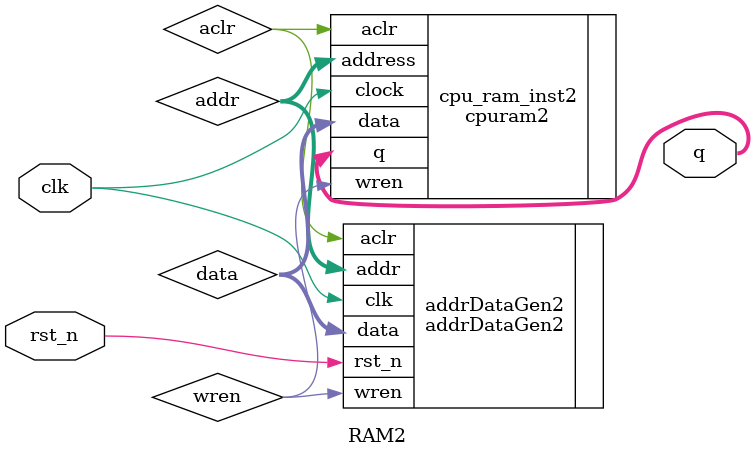
<source format=v>
module RAM2(clk,rst_n,q);
 input clk;
 input rst_n;
 output [31:0]q;
 wire aclr;
 wire wren;
 wire [31:0]data;
 wire [7:0]addr;
 
 addrDataGen2 addrDataGen2(
			.clk(clk),
			.rst_n(rst_n),
			.aclr(aclr),
			.wren(wren),
			.addr(addr),
			.data(data)
			);
 cpuram2 cpu_ram_inst2(
			.aclr(aclr),
			.wren(wren),
			.address(addr),
			.data(data),
			.clock(clk),
			.q(q)
			);
endmodule
</source>
